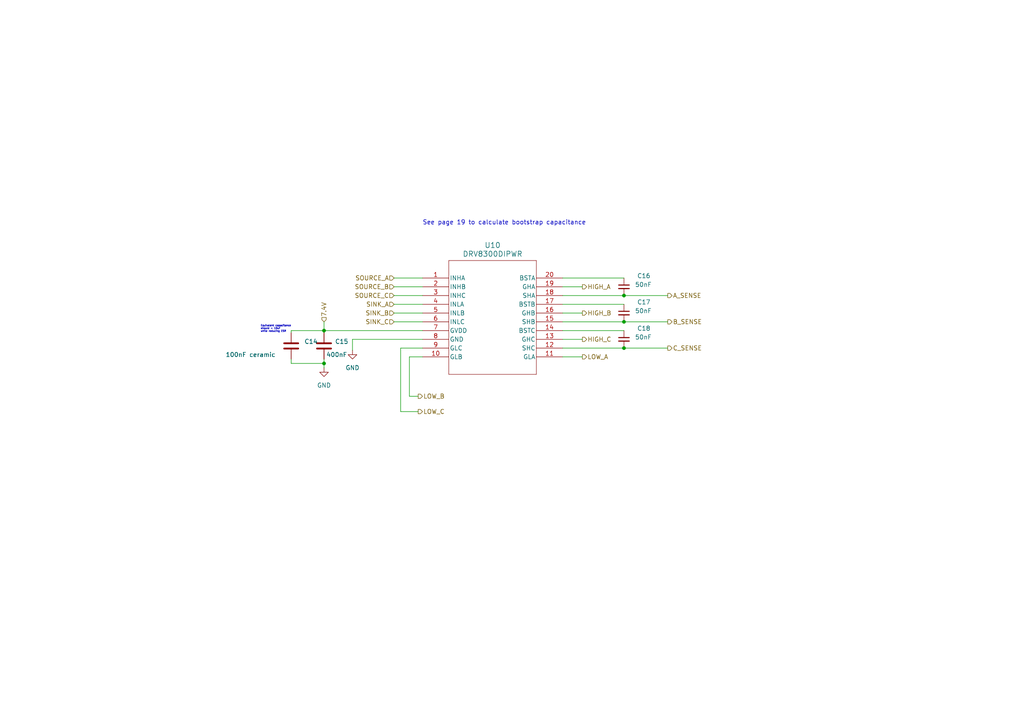
<source format=kicad_sch>
(kicad_sch (version 20230121) (generator eeschema)
  (paper "A4")
  (lib_symbols
    (symbol "Device:C" (pin_numbers hide) (pin_names (offset 0.254))
      (property "Reference" "C" (at 0.635 2.54 0))
      (property "Value" "C" (at 0.635 -2.54 0))
      (symbol "C_0_1"
        (polyline (pts (xy -2.032 -0.762) (xy 2.032 -0.762)) (stroke (width 0.508)))
        (polyline (pts (xy -2.032 0.762) (xy 2.032 0.762)) (stroke (width 0.508)))
      )
      (symbol "C_1_1"
        (pin passive line (at 0 3.81 270) (length 2.794) (name "~") (number "1"))
        (pin passive line (at 0 -3.81 90) (length 2.794) (name "~") (number "2"))
      )
    )
    (symbol "Device:C_Small" (pin_numbers hide) (pin_names (offset 0.254) hide)
      (property "Reference" "C" (at 0.254 1.778 0))
      (property "Value" "C_Small" (at 0.254 -2.032 0))
      (symbol "C_Small_0_1"
        (polyline (pts (xy -1.524 -0.508) (xy 1.524 -0.508)) (stroke (width 0.3302)))
        (polyline (pts (xy -1.524 0.508) (xy 1.524 0.508)) (stroke (width 0.3048)))
      )
      (symbol "C_Small_1_1"
        (pin passive line (at 0 2.54 270) (length 2.032) (name "~") (number "1"))
        (pin passive line (at 0 -2.54 90) (length 2.032) (name "~") (number "2"))
      )
    )
    (symbol "SmallSat-Peripherals-Board:DRV8300DIPWR" (pin_names (offset 0.254))
      (property "Reference" "U" (at 20.32 10.16 0))
      (property "Value" "DRV8300DIPWR" (at 20.32 7.62 0))
      (symbol "DRV8300DIPWR_0_1"
        (polyline (pts (xy 7.62 -27.94) (xy 33.02 -27.94)) (stroke (width 0.127)))
        (polyline (pts (xy 7.62 5.08) (xy 7.62 -27.94)) (stroke (width 0.127)))
        (polyline (pts (xy 33.02 -27.94) (xy 33.02 5.08)) (stroke (width 0.127)))
        (polyline (pts (xy 33.02 5.08) (xy 7.62 5.08)) (stroke (width 0.127)))
        (pin input line (at 0 0 0) (length 7.62) (name "INHA") (number "1"))
        (pin unspecified line (at 0 -22.86 0) (length 7.62) (name "GLB") (number "10"))
        (pin unspecified line (at 40.64 -22.86 180) (length 7.62) (name "GLA") (number "11"))
        (pin unspecified line (at 40.64 -20.32 180) (length 7.62) (name "SHC") (number "12"))
        (pin unspecified line (at 40.64 -17.78 180) (length 7.62) (name "GHC") (number "13"))
        (pin unspecified line (at 40.64 -15.24 180) (length 7.62) (name "BSTC") (number "14"))
        (pin unspecified line (at 40.64 -12.7 180) (length 7.62) (name "SHB") (number "15"))
        (pin unspecified line (at 40.64 -10.16 180) (length 7.62) (name "GHB") (number "16"))
        (pin unspecified line (at 40.64 -7.62 180) (length 7.62) (name "BSTB") (number "17"))
        (pin unspecified line (at 40.64 -5.08 180) (length 7.62) (name "SHA") (number "18"))
        (pin unspecified line (at 40.64 -2.54 180) (length 7.62) (name "GHA") (number "19"))
        (pin input line (at 0 -2.54 0) (length 7.62) (name "INHB") (number "2"))
        (pin unspecified line (at 40.64 0 180) (length 7.62) (name "BSTA") (number "20"))
        (pin input line (at 0 -5.08 0) (length 7.62) (name "INHC") (number "3"))
        (pin input line (at 0 -7.62 0) (length 7.62) (name "INLA") (number "4"))
        (pin input line (at 0 -10.16 0) (length 7.62) (name "INLB") (number "5"))
        (pin input line (at 0 -12.7 0) (length 7.62) (name "INLC") (number "6"))
        (pin power_in line (at 0 -15.24 0) (length 7.62) (name "GVDD") (number "7"))
        (pin power_out line (at 0 -17.78 0) (length 7.62) (name "GND") (number "8"))
        (pin unspecified line (at 0 -20.32 0) (length 7.62) (name "GLC") (number "9"))
      )
    )
    (symbol "power:GND" (power) (pin_names (offset 0))
      (property "Value" "GND" (at 0 -3.81 0))
      (symbol "GND_0_1"
        (polyline (pts (xy 0 0) (xy 0 -1.27) (xy 1.27 -1.27) (xy 0 -2.54) (xy -1.27 -1.27) (xy 0 -1.27)))
      )
      (symbol "GND_1_1"
        (pin power_in line (at 0 0 270) (length 0) hide (name "GND") (number "1"))
      )
    )
  )
  (junction (at 180.975 100.965))
  (junction (at 93.98 105.41))
  (junction (at 180.975 85.725))
  (junction (at 93.98 95.885))
  (junction (at 180.975 93.345))
  (wire (pts (xy 93.98 105.41) (xy 93.98 104.14)))
  (wire (pts (xy 163.195 80.645) (xy 180.975 80.645)))
  (wire (pts (xy 116.205 119.38) (xy 116.205 100.965)))
  (wire (pts (xy 163.195 85.725) (xy 180.975 85.725)))
  (wire (pts (xy 163.195 93.345) (xy 180.975 93.345)))
  (wire (pts (xy 180.975 100.965) (xy 193.675 100.965)))
  (wire (pts (xy 93.98 106.68) (xy 93.98 105.41)))
  (wire (pts (xy 84.455 105.41) (xy 93.98 105.41)))
  (wire (pts (xy 114.3 88.265) (xy 122.555 88.265)))
  (wire (pts (xy 118.745 114.935) (xy 121.285 114.935)))
  (wire (pts (xy 93.98 95.885) (xy 93.98 93.345)))
  (wire (pts (xy 122.555 98.425) (xy 102.235 98.425)))
  (wire (pts (xy 118.745 103.505) (xy 118.745 114.935)))
  (wire (pts (xy 114.3 90.805) (xy 122.555 90.805)))
  (wire (pts (xy 163.195 103.505) (xy 168.91 103.505)))
  (wire (pts (xy 114.3 80.645) (xy 122.555 80.645)))
  (wire (pts (xy 93.98 95.885) (xy 122.555 95.885)))
  (wire (pts (xy 84.455 95.885) (xy 93.98 95.885)))
  (wire (pts (xy 114.3 85.725) (xy 122.555 85.725)))
  (wire (pts (xy 114.3 83.185) (xy 122.555 83.185)))
  (wire (pts (xy 84.455 104.14) (xy 84.455 105.41)))
  (wire (pts (xy 163.195 95.885) (xy 180.975 95.885)))
  (wire (pts (xy 163.195 98.425) (xy 168.91 98.425)))
  (wire (pts (xy 84.455 96.52) (xy 84.455 95.885)))
  (wire (pts (xy 163.195 83.185) (xy 168.91 83.185)))
  (wire (pts (xy 116.205 100.965) (xy 122.555 100.965)))
  (wire (pts (xy 93.98 96.52) (xy 93.98 95.885)))
  (wire (pts (xy 180.975 85.725) (xy 193.675 85.725)))
  (wire (pts (xy 116.205 119.38) (xy 121.285 119.38)))
  (wire (pts (xy 163.195 88.265) (xy 180.975 88.265)))
  (wire (pts (xy 122.555 103.505) (xy 118.745 103.505)))
  (wire (pts (xy 180.975 93.345) (xy 193.675 93.345)))
  (wire (pts (xy 163.195 90.805) (xy 168.91 90.805)))
  (wire (pts (xy 114.3 93.345) (xy 122.555 93.345)))
  (wire (pts (xy 163.195 100.965) (xy 180.975 100.965)))
  (wire (pts (xy 102.235 98.425) (xy 102.235 101.6)))
  (text "See page 19 to calculate bootstrap capacitance" (at 122.555 65.405 0) (effects (font (size 1.27 1.27)) (justify left bottom)))
  (text "Equivalent capacitance \nshould = 10uF \nwhile reducing ESR\n" (at 75.565 96.52 0) (effects (font (size 0.5 0.5)) (justify left bottom)))
  (hierarchical_label "SOURCE_A" (shape input) (at 114.3 80.645 180))
  (hierarchical_label "SINK_B" (shape input) (at 114.3 90.805 180))
  (hierarchical_label "HIGH_C" (shape output) (at 168.91 98.425 0))
  (hierarchical_label "B_SENSE" (shape output) (at 193.675 93.345 0))
  (hierarchical_label "SINK_C" (shape input) (at 114.3 93.345 180))
  (hierarchical_label "C_SENSE" (shape output) (at 193.675 100.965 0))
  (hierarchical_label "HIGH_B" (shape output) (at 168.91 90.805 0))
  (hierarchical_label "SOURCE_B" (shape input) (at 114.3 83.185 180))
  (hierarchical_label "SOURCE_C" (shape input) (at 114.3 85.725 180))
  (hierarchical_label "SINK_A" (shape input) (at 114.3 88.265 180))
  (hierarchical_label "7.4V" (shape input) (at 93.98 93.345 90))
  (hierarchical_label "LOW_C" (shape output) (at 121.285 119.38 0))
  (hierarchical_label "LOW_B" (shape output) (at 121.285 114.935 0))
  (hierarchical_label "HIGH_A" (shape output) (at 168.91 83.185 0))
  (hierarchical_label "LOW_A" (shape output) (at 168.91 103.505 0))
  (hierarchical_label "A_SENSE" (shape output) (at 193.675 85.725 0))
  (symbol (lib_id "power:GND") (at 102.235 101.6 0) (unit 1)
    (property "Reference" "#PWR030" (effects hide))
    (property "Value" "GND" (at 102.235 106.68 0))
  )
  (symbol (lib_id "Device:C_Small") (at 180.975 90.805 0) (unit 1)
    (property "Reference" "C17" (at 184.785 87.63 0) (effects (justify left)))
    (property "Value" "50nF" (at 184.15 90.17 0) (effects (justify left)))
    (property "Footprint" "Capacitor_SMD:C_1206_3216Metric" (effects hide))
  )
  (symbol (lib_id "Device:C") (at 84.455 100.33 0) (unit 1)
    (property "Reference" "C14" (at 88.265 99.06 0) (effects (justify left)))
    (property "Value" "100nF ceramic" (at 65.405 102.87 0) (effects (justify left)))
    (property "Footprint" "Capacitor_SMD:C_1206_3216Metric" (effects hide))
  )
  (symbol (lib_id "power:GND") (at 93.98 106.68 0) (unit 1)
    (property "Reference" "#PWR029" (effects hide))
    (property "Value" "GND" (at 93.98 111.76 0))
  )
  (symbol (lib_id "Device:C") (at 93.98 100.33 0) (unit 1)
    (property "Reference" "C15" (at 97.155 99.06 0) (effects (justify left)))
    (property "Value" "400nF" (at 94.615 102.87 0) (effects (justify left)))
    (property "Footprint" "Capacitor_SMD:C_1206_3216Metric" (effects hide))
  )
  (symbol (lib_id "SmallSat-Peripherals-Board:DRV8300DIPWR") (at 122.555 80.645 0) (unit 1)
    (property "Reference" "U10" (at 142.875 71.12 0) (effects (font (size 1.524 1.524))))
    (property "Value" "DRV8300DIPWR" (at 142.875 73.66 0) (effects (font (size 1.524 1.524))))
    (property "Footprint" "Peripheral_Footprints_Rev1:DRV3800DIPWR" (effects hide))
    (property "Datasheet" "https://www.ti.com/lit/ds/symlink/drv8300.pdf?ts=1712880710858&ref_url=https%253A%252F%252Fwww.ti.com%252Fmotor-drivers%252Fbrushless-dc-bldc-drivers%252Fproducts.html" (effects hide))
  )
  (symbol (lib_id "Device:C_Small") (at 180.975 83.185 0) (unit 1)
    (property "Reference" "C16" (at 184.785 80.01 0) (effects (justify left)))
    (property "Value" "50nF" (at 184.15 82.55 0) (effects (justify left)))
    (property "Footprint" "Capacitor_SMD:C_1206_3216Metric" (effects hide))
  )
  (symbol (lib_id "Device:C_Small") (at 180.975 98.425 0) (unit 1)
    (property "Reference" "C18" (at 184.785 95.25 0) (effects (justify left)))
    (property "Value" "50nF" (at 184.15 97.79 0) (effects (justify left)))
    (property "Footprint" "Capacitor_SMD:C_1206_3216Metric" (effects hide))
  )
)
</source>
